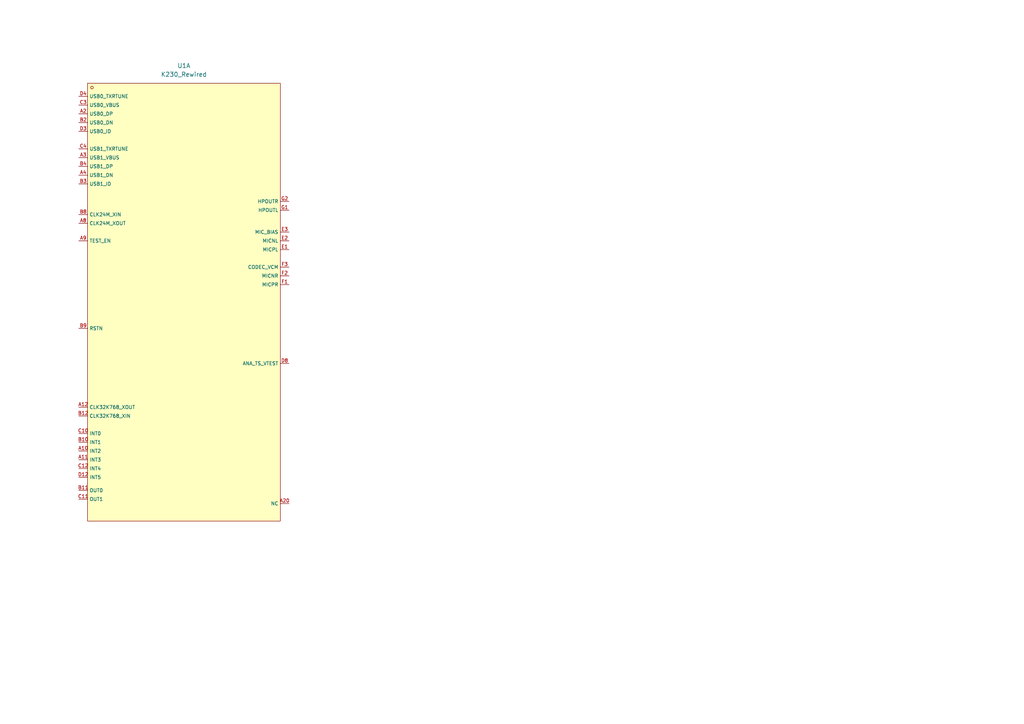
<source format=kicad_sch>
(kicad_sch (version 20250114) (generator "eeschema") (generator_version "9.0")
  (paper "A4")
  (lib_symbols
    (symbol "LCSC:K230_Rewired"
      (symbol "K230_Rewired_1_1"
        (rectangle (start -27.9401 63.5001) (end 27.9401 -63.5001) (fill (type background)))
        (circle (center -26.6701 62.2301) (radius 0.381) (fill (type background)))
        (pin unspecified line (at -30.48 59.69 0) (length 2.54) (name "USB0_TXRTUNE") (number "D4"))
        (pin unspecified line (at -30.48 57.15 0) (length 2.54) (name "USB0_VBUS") (number "C3"))
        (pin unspecified line (at -30.48 54.61 0) (length 2.54) (name "USB0_DP") (number "A2"))
        (pin unspecified line (at -30.48 52.07 0) (length 2.54) (name "USB0_DN") (number "B2"))
        (pin unspecified line (at -30.48 49.53 0) (length 2.54) (name "USB0_ID") (number "D3"))
        (pin unspecified line (at -30.48 44.45 0) (length 2.54) (name "USB1_TXRTUNE") (number "C4"))
        (pin unspecified line (at -30.48 41.91 0) (length 2.54) (name "USB1_VBUS") (number "A3"))
        (pin unspecified line (at -30.48 39.37 0) (length 2.54) (name "USB1_DP") (number "B4"))
        (pin unspecified line (at -30.48 36.83 0) (length 2.54) (name "USB1_DN") (number "A4"))
        (pin unspecified line (at -30.48 34.29 0) (length 2.54) (name "USB1_ID") (number "B3"))
        (pin unspecified line (at -30.48 25.4 0) (length 2.54) (name "CLK24M_XIN") (number "B8"))
        (pin unspecified line (at -30.48 22.86 0) (length 2.54) (name "CLK24M_XOUT") (number "A8"))
        (pin unspecified line (at -30.48 17.78 0) (length 2.54) (name "TEST_EN") (number "A9"))
        (pin unspecified line (at -30.48 -7.62 0) (length 2.54) (name "RSTN") (number "B9"))
        (pin unspecified line (at -30.48 -30.48 0) (length 2.54) (name "CLK32K768_XOUT") (number "A12"))
        (pin unspecified line (at -30.48 -33.02 0) (length 2.54) (name "CLK32K768_XIN") (number "B12"))
        (pin unspecified line (at -30.48 -38.1 0) (length 2.54) (name "INT0") (number "C10"))
        (pin unspecified line (at -30.48 -40.64 0) (length 2.54) (name "INT1") (number "B10"))
        (pin unspecified line (at -30.48 -43.18 0) (length 2.54) (name "INT2") (number "A10"))
        (pin unspecified line (at -30.48 -45.72 0) (length 2.54) (name "INT3") (number "A11"))
        (pin unspecified line (at -30.48 -48.26 0) (length 2.54) (name "INT4") (number "C12"))
        (pin unspecified line (at -30.48 -50.8 0) (length 2.54) (name "INT5") (number "D12"))
        (pin unspecified line (at -30.48 -54.61 0) (length 2.54) (name "OUT0") (number "B11"))
        (pin unspecified line (at -30.48 -57.15 0) (length 2.54) (name "OUT1") (number "C11"))
        (pin unspecified line (at 30.48 29.21 180) (length 2.54) (name "HPOUTR") (number "G2"))
        (pin unspecified line (at 30.48 26.67 180) (length 2.54) (name "HPOUTL") (number "G1"))
        (pin unspecified line (at 30.48 20.32 180) (length 2.54) (name "MIC_BIAS") (number "E3"))
        (pin unspecified line (at 30.48 17.78 180) (length 2.54) (name "MICNL") (number "E2"))
        (pin unspecified line (at 30.48 15.24 180) (length 2.54) (name "MICPL") (number "E1"))
        (pin unspecified line (at 30.48 10.16 180) (length 2.54) (name "CODEC_VCM") (number "F3"))
        (pin unspecified line (at 30.48 7.62 180) (length 2.54) (name "MICNR") (number "F2"))
        (pin unspecified line (at 30.48 5.08 180) (length 2.54) (name "MICPR") (number "F1"))
        (pin unspecified line (at 30.48 -17.78 180) (length 2.54) (name "ANA_TS_VTEST") (number "D8"))
        (pin unspecified line (at 30.48 -58.42 180) (length 2.54) (name "NC") (number "A20"))
      )
      (symbol "K230_Rewired_2_1"
        (rectangle (start -26.6701 64.7701) (end 26.6701 -64.7701) (fill (type background)))
        (circle (center -25.4001 63.5001) (radius 0.381) (fill (type background)))
        (pin unspecified line (at -29.21 62.23 0) (length 2.54) (name "GPIO0") (number "C8"))
        (pin unspecified line (at -29.21 59.69 0) (length 2.54) (name "GPIO1") (number "C9"))
        (pin unspecified line (at -29.21 57.15 0) (length 2.54) (name "GPIO2") (number "W15"))
        (pin unspecified line (at -29.21 54.61 0) (length 2.54) (name "GPIO3") (number "V15"))
        (pin unspecified line (at -29.21 52.07 0) (length 2.54) (name "GPIO4") (number "Y15"))
        (pin unspecified line (at -29.21 49.53 0) (length 2.54) (name "GPIO5") (number "U14"))
        (pin unspecified line (at -29.21 46.99 0) (length 2.54) (name "GPIO6") (number "V14"))
        (pin unspecified line (at -29.21 44.45 0) (length 2.54) (name "GPIO7") (number "W14"))
        (pin unspecified line (at -29.21 41.91 0) (length 2.54) (name "GPIO8") (number "U12"))
        (pin unspecified line (at -29.21 39.37 0) (length 2.54) (name "GPIO9") (number "T13"))
        (pin unspecified line (at -29.21 36.83 0) (length 2.54) (name "GPIO10") (number "U13"))
        (pin unspecified line (at -29.21 34.29 0) (length 2.54) (name "GPIO11") (number "Y14"))
        (pin unspecified line (at -29.21 31.75 0) (length 2.54) (name "GPIO12") (number "V13"))
        (pin unspecified line (at -29.21 29.21 0) (length 2.54) (name "GPIO13") (number "T12"))
        (pin unspecified line (at -29.21 -8.89 0) (length 2.54) (name "GPIO26") (number "U11"))
        (pin unspecified line (at -29.21 -11.43 0) (length 2.54) (name "GPIO27") (number "W13"))
        (pin unspecified line (at -29.21 -13.97 0) (length 2.54) (name "GPIO28") (number "V12"))
        (pin unspecified line (at -29.21 -16.51 0) (length 2.54) (name "GPIO29") (number "V11"))
        (pin unspecified line (at -29.21 -19.05 0) (length 2.54) (name "GPIO30") (number "V10"))
        (pin unspecified line (at -29.21 -21.59 0) (length 2.54) (name "GPIO31") (number "V9"))
        (pin unspecified line (at -29.21 -24.13 0) (length 2.54) (name "GPIO32") (number "U10"))
        (pin unspecified line (at -29.21 -26.67 0) (length 2.54) (name "GPIO33") (number "T11"))
        (pin unspecified line (at -29.21 -29.21 0) (length 2.54) (name "GPIO34") (number "U9"))
        (pin unspecified line (at -29.21 -31.75 0) (length 2.54) (name "GPIO35") (number "W12"))
        (pin unspecified line (at -29.21 -34.29 0) (length 2.54) (name "GPIO36") (number "T10"))
        (pin unspecified line (at -29.21 -36.83 0) (length 2.54) (name "GPIO37") (number "Y12"))
        (pin unspecified line (at -29.21 -39.37 0) (length 2.54) (name "GPIO38") (number "J4"))
        (pin unspecified line (at 29.21 62.23 180) (length 2.54) (name "ADC_0") (number "C2"))
        (pin unspecified line (at 29.21 59.69 180) (length 2.54) (name "ADC_1") (number "D2"))
        (pin unspecified line (at 29.21 57.15 180) (length 2.54) (name "ADC_2") (number "B1"))
        (pin unspecified line (at 29.21 54.61 180) (length 2.54) (name "ADC_3") (number "G3"))
        (pin unspecified line (at 29.21 52.07 180) (length 2.54) (name "ADC_4") (number "C1"))
        (pin unspecified line (at 29.21 49.53 180) (length 2.54) (name "ADC_5") (number "D1"))
        (pin unspecified line (at 29.21 44.45 180) (length 2.54) (name "GPIO63") (number "U15"))
        (pin unspecified line (at 29.21 41.91 180) (length 2.54) (name "GPIO62") (number "T14"))
        (pin unspecified line (at 29.21 39.37 180) (length 2.54) (name "GPIO61") (number "P4"))
        (pin unspecified line (at 29.21 36.83 180) (length 2.54) (name "GPIO60") (number "P5"))
        (pin unspecified line (at 29.21 19.05 180) (length 2.54) (name "GPIO53") (number "N4"))
        (pin unspecified line (at 29.21 16.51 180) (length 2.54) (name "GPIO52") (number "M3"))
        (pin unspecified line (at 29.21 13.97 180) (length 2.54) (name "GPIO51") (number "M4"))
        (pin unspecified line (at 29.21 11.43 180) (length 2.54) (name "GPIO50") (number "M5"))
        (pin unspecified line (at 29.21 8.89 180) (length 2.54) (name "GPIO49") (number "G5"))
        (pin unspecified line (at 29.21 6.35 180) (length 2.54) (name "GPIO48") (number "G4"))
        (pin unspecified line (at 29.21 3.81 180) (length 2.54) (name "GPIO47") (number "H5"))
        (pin unspecified line (at 29.21 1.27 180) (length 2.54) (name "GPIO46") (number "H4"))
        (pin unspecified line (at 29.21 -1.27 180) (length 2.54) (name "GPIO45") (number "H3"))
        (pin unspecified line (at 29.21 -3.81 180) (length 2.54) (name "GPIO44") (number "H2"))
        (pin unspecified line (at 29.21 -6.35 180) (length 2.54) (name "GPIO43") (number "J6"))
        (pin unspecified line (at 29.21 -8.89 180) (length 2.54) (name "GPIO42") (number "H1"))
        (pin unspecified line (at 29.21 -11.43 180) (length 2.54) (name "GPIO41") (number "J1"))
        (pin unspecified line (at 29.21 -13.97 180) (length 2.54) (name "GPIO40") (number "J2"))
        (pin unspecified line (at 29.21 -16.51 180) (length 2.54) (name "GPIO39") (number "J3"))
      )
      (symbol "K230_Rewired_3_1"
        (rectangle (start -27.9401 31.75) (end 27.9401 -19.05) (fill (type background)))
        (circle (center -26.67 30.48) (radius 0.381) (fill (type background)))
        (pin unspecified line (at -30.48 11.43 0) (length 2.54) (name "QSPI_CS") (number "J5"))
        (pin unspecified line (at -30.48 8.89 0) (length 2.54) (name "QSPI_CLK") (number "K1"))
        (pin unspecified line (at -30.48 6.35 0) (length 2.54) (name "QSPI_D0") (number "K2"))
        (pin unspecified line (at -30.48 3.81 0) (length 2.54) (name "QSPI_D1") (number "K4"))
        (pin unspecified line (at -30.48 1.27 0) (length 2.54) (name "QSPI_D2") (number "K5"))
        (pin unspecified line (at -30.48 -1.27 0) (length 2.54) (name "QSPI_D3") (number "L1"))
        (pin unspecified line (at -30.48 -3.81 0) (length 2.54) (name "OSPI_D4") (number "L2"))
        (pin unspecified line (at -30.48 -6.35 0) (length 2.54) (name "OSPI_D5") (number "L3"))
        (pin unspecified line (at -30.48 -8.89 0) (length 2.54) (name "OSPI_D6") (number "L4"))
        (pin unspecified line (at -30.48 -11.43 0) (length 2.54) (name "OSPI_D7") (number "L5"))
        (pin unspecified line (at -30.48 -13.97 0) (length 2.54) (name "OSPI_DQS") (number "L6"))
        (pin unspecified line (at -30.48 -16.51 0) (length 2.54) (name "GPIO25") (number "M1"))
        (pin unspecified line (at 30.48 29.21 180) (length 2.54) (name "SDIO_CMD") (number "M2"))
        (pin unspecified line (at 30.48 26.67 180) (length 2.54) (name "SDIO_CLK") (number "N2"))
        (pin unspecified line (at 30.48 24.13 180) (length 2.54) (name "SDIO_D0") (number "P3"))
        (pin unspecified line (at 30.48 21.59 180) (length 2.54) (name "SDIO_D1") (number "N1"))
        (pin unspecified line (at 30.48 19.05 180) (length 2.54) (name "SDIO_D2") (number "P1"))
        (pin unspecified line (at 30.48 16.51 180) (length 2.54) (name "SDIO_D3") (number "P2"))
        (pin unspecified line (at 30.48 11.43 180) (length 2.54) (name "MMC0_STROBE") (number "B6"))
        (pin unspecified line (at 30.48 8.89 180) (length 2.54) (name "MMC0_RST_N") (number "A6"))
        (pin unspecified line (at 30.48 6.35 180) (length 2.54) (name "MMC0_CMD") (number "D6"))
        (pin unspecified line (at 30.48 3.81 180) (length 2.54) (name "MMC0_CLK") (number "A5"))
        (pin unspecified line (at 30.48 1.27 180) (length 2.54) (name "MMC0_D0") (number "D5"))
        (pin unspecified line (at 30.48 -1.27 180) (length 2.54) (name "MMC0_D1") (number "C5"))
        (pin unspecified line (at 30.48 -3.81 180) (length 2.54) (name "MMC0_D2") (number "B5"))
        (pin unspecified line (at 30.48 -6.35 180) (length 2.54) (name "MMC0_D3") (number "C6"))
        (pin unspecified line (at 30.48 -8.89 180) (length 2.54) (name "MMC0_D4") (number "D7"))
        (pin unspecified line (at 30.48 -11.43 180) (length 2.54) (name "MMC0_D5") (number "A7"))
        (pin unspecified line (at 30.48 -13.97 180) (length 2.54) (name "MMC0_D6") (number "B7"))
        (pin unspecified line (at 30.48 -16.51 180) (length 2.54) (name "MMC0_D7") (number "C7"))
      )
      (symbol "K230_Rewired_4_1"
        (rectangle (start -27.9401 38.1) (end 27.9401 -38.1) (fill (type background)))
        (circle (center -26.6701 36.8301) (radius 0.381) (fill (type background)))
        (text "leave floating\n" (at -17.272 -12.7 0) (effects (font (size 0.635 0.635))))
        (text "200Ω (1%) resistor to ground" (at -12.192 -15.24 0) (effects (font (size 0.635 0.635))))
        (pin unspecified line (at -30.48 17.78 0) (length 2.54) (name "MIPI_TX0_CLK_N") (number "W9"))
        (pin unspecified line (at -30.48 15.24 0) (length 2.54) (name "MIPI_TX0_CLK_P") (number "Y9"))
        (pin unspecified line (at -30.48 12.7 0) (length 2.54) (name "MIPI_TX0_D0_N") (number "Y10"))
        (pin unspecified line (at -30.48 10.16 0) (length 2.54) (name "MIPI_TX0_D0_P") (number "W10"))
        (pin unspecified line (at -30.48 7.62 0) (length 2.54) (name "MIPI_TX0_D1_N") (number "W11"))
        (pin unspecified line (at -30.48 5.08 0) (length 2.54) (name "MIPI_TX0_D1_P") (number "Y11"))
        (pin unspecified line (at -30.48 0 0) (length 2.54) (name "MIPI_TX1_D2_N") (number "Y8"))
        (pin unspecified line (at -30.48 -2.54 0) (length 2.54) (name "MIPI_TX1_D2_P") (number "W8"))
        (pin unspecified line (at -30.48 -5.08 0) (length 2.54) (name "MIPI_TX1_D3_N") (number "W7"))
        (pin unspecified line (at -30.48 -7.62 0) (length 2.54) (name "MIPI_TX1_D3_P") (number "Y7"))
        (pin unspecified line (at -30.48 -12.7 0) (length 2.54) (name "MIPI_ATB") (number "U6"))
        (pin unspecified line (at -30.48 -15.24 0) (length 2.54) (name "MIPI_REXT") (number "U7"))
        (pin unspecified line (at 30.48 31.75 180) (length 2.54) (name "NC") (number "Y20"))
        (pin unspecified line (at 30.48 29.21 180) (length 2.54) (name "NC") (number "Y1"))
        (pin unspecified line (at 30.48 24.13 180) (length 2.54) (name "MIPI_RX0_CLK_N") (number "Y2"))
        (pin unspecified line (at 30.48 21.59 180) (length 2.54) (name "MIPI_RX0_CLK_P") (number "W2"))
        (pin unspecified line (at 30.48 19.05 180) (length 2.54) (name "MIPI_RX0_D0_N") (number "W3"))
        (pin unspecified line (at 30.48 16.51 180) (length 2.54) (name "MIPI_RX0_D0_P") (number "Y3"))
        (pin unspecified line (at 30.48 13.97 180) (length 2.54) (name "MIPI_RX0_D1_N") (number "V1"))
        (pin unspecified line (at 30.48 11.43 180) (length 2.54) (name "MIPI_RX0_D1_P") (number "V2"))
        (pin unspecified line (at 30.48 6.35 180) (length 2.54) (name "MIPI_RX1_CLK_N") (number "W5"))
        (pin unspecified line (at 30.48 3.81 180) (length 2.54) (name "MIPI_RX1_CLK_P") (number "Y5"))
        (pin unspecified line (at 30.48 1.27 180) (length 2.54) (name "MIPI_RX1_D2_N") (number "Y4"))
        (pin unspecified line (at 30.48 -1.27 180) (length 2.54) (name "MIPI_RX1_D2_P") (number "W4"))
        (pin unspecified line (at 30.48 -3.81 180) (length 2.54) (name "MIPI_RX1_D3_N") (number "W6"))
        (pin unspecified line (at 30.48 -6.35 180) (length 2.54) (name "MIPI_RX1_D3_P") (number "Y6"))
        (pin unspecified line (at 30.48 -11.43 180) (length 2.54) (name "MIPI_RX2_CLK_N") (number "R2"))
        (pin unspecified line (at 30.48 -13.97 180) (length 2.54) (name "MIPI_RX2_CLK_P") (number "R1"))
        (pin unspecified line (at 30.48 -16.51 180) (length 2.54) (name "MIPI_RX2_D4_N") (number "T1"))
        (pin unspecified line (at 30.48 -19.05 180) (length 2.54) (name "MIPI_RX2_D4_P") (number "T2"))
        (pin unspecified line (at 30.48 -21.59 180) (length 2.54) (name "MIPI_RX2_D5_N") (number "U2"))
        (pin unspecified line (at 30.48 -24.13 180) (length 2.54) (name "MIPI_RX2_D5_P") (number "U1"))
      )
      (symbol "K230_Rewired_5_1"
        (rectangle (start -27.9401 63.5001) (end 27.9401 -63.5001) (fill (type background)))
        (pin unspecified line (at -30.48 57.15 0) (length 2.54) (name "DDR_ZN") (number "K19"))
        (pin unspecified line (at -30.48 52.07 0) (length 2.54) (name "DDR_CKE1_CKEA1") (number "P18"))
        (pin unspecified line (at -30.48 49.53 0) (length 2.54) (name "DDR_CKE0_CKEA0") (number "N17"))
        (pin unspecified line (at -30.48 46.99 0) (length 2.54) (name "DDR_CKP_CKAP") (number "R19"))
        (pin unspecified line (at -30.48 44.45 0) (length 2.54) (name "DDR_CKN_CKAN") (number "R20"))
        (pin unspecified line (at -30.48 41.91 0) (length 2.54) (name "DDR_DQS3N_DQSA0N") (number "Y17"))
        (pin unspecified line (at -30.48 39.37 0) (length 2.54) (name "DDR_DQS3P_DQSA0P") (number "W17"))
        (pin unspecified line (at -30.48 36.83 0) (length 2.54) (name "DDR_DQS2N_DQSB1N") (number "A15"))
        (pin unspecified line (at -30.48 34.29 0) (length 2.54) (name "DDR_DQS2P_DQSB1P") (number "B15"))
        (pin unspecified line (at -30.48 31.75 0) (length 2.54) (name "DDR_DQS1N_DQSA1N") (number "V19"))
        (pin unspecified line (at -30.48 29.21 0) (length 2.54) (name "DDR_DQS1P_DQSA1P") (number "V20"))
        (pin unspecified line (at -30.48 26.67 0) (length 2.54) (name "DDR_DQS0N_DQSB0N") (number "A18"))
        (pin unspecified line (at -30.48 24.13 0) (length 2.54) (name "DDR_DQS0P_DQSB0P") (number "B18"))
        (pin unspecified line (at -30.48 19.05 0) (length 2.54) (name "DDR_DQ31_DQA0") (number "U16"))
        (pin unspecified line (at -30.48 16.51 0) (length 2.54) (name "DDR_DQ30_DQA1") (number "T16"))
        (pin unspecified line (at -30.48 13.97 0) (length 2.54) (name "DDR_DQ29_DQA7") (number "U17"))
        (pin unspecified line (at -30.48 11.43 0) (length 2.54) (name "DDR_DQ28_DQA6") (number "Y18"))
        (pin unspecified line (at -30.48 8.89 0) (length 2.54) (name "DDR_DQ27_DQA3") (number "Y16"))
        (pin unspecified line (at -30.48 6.35 0) (length 2.54) (name "DDR_DQ26_DQA2") (number "V16"))
        (pin unspecified line (at -30.48 3.81 0) (length 2.54) (name "DDR_DQ25_DQA5") (number "V18"))
        (pin unspecified line (at -30.48 1.27 0) (length 2.54) (name "DDR_DQ24_DQA4") (number "W18"))
        (pin unspecified line (at -30.48 -1.27 0) (length 2.54) (name "DDR_DQ23_DQB15") (number "B16"))
        (pin unspecified line (at -30.48 -3.81 0) (length 2.54) (name "DDR_DQ22_DQB12") (number "B17"))
        (pin unspecified line (at -30.48 -6.35 0) (length 2.54) (name "DDR_DQ21_DQB9") (number "A14"))
        (pin unspecified line (at -30.48 -8.89 0) (length 2.54) (name "DDR_DQ20_DQB8") (number "D14"))
        (pin unspecified line (at -30.48 -11.43 0) (length 2.54) (name "DDR_DQ19_DQB14") (number "A17"))
        (pin unspecified line (at -30.48 -13.97 0) (length 2.54) (name "DDR_DQ18_DQB13") (number "C16"))
        (pin unspecified line (at -30.48 -16.51 0) (length 2.54) (name "DDR_DQ17_DQB10") (number "B14"))
        (pin unspecified line (at -30.48 -19.05 0) (length 2.54) (name "DDR_DQ16_DQB11") (number "C14"))
        (pin unspecified line (at -30.48 -21.59 0) (length 2.54) (name "DDR_DQ15_DQA15") (number "T17"))
        (pin unspecified line (at -30.48 -24.13 0) (length 2.54) (name "DDR_DQ14_DQA13") (number "U18"))
        (pin unspecified line (at -30.48 -26.67 0) (length 2.54) (name "DDR_DQ13_DQA11") (number "U20"))
        (pin unspecified line (at -30.48 -29.21 0) (length 2.54) (name "DDR_DQ12_DQA9") (number "T18"))
        (pin unspecified line (at -30.48 -31.75 0) (length 2.54) (name "DDR_DQ11_DQA12") (number "W19"))
        (pin unspecified line (at -30.48 -34.29 0) (length 2.54) (name "DDR_DQ10_DQA8") (number "R17"))
        (pin unspecified line (at -30.48 -36.83 0) (length 2.54) (name "DDR_DQ9_DQA14") (number "P16"))
        (pin unspecified line (at -30.48 -39.37 0) (length 2.54) (name "DDR_DQ8_DQA10") (number "R18"))
        (pin unspecified line (at -30.48 -41.91 0) (length 2.54) (name "DDR_DQ7_DQB6") (number "C19"))
        (pin unspecified line (at -30.48 -44.45 0) (length 2.54) (name "DDR_DQ6_DQB7") (number "B19"))
        (pin unspecified line (at -30.48 -46.99 0) (length 2.54) (name "DDR_DQ5_DQB3") (number "E17"))
        (pin unspecified line (at -30.48 -49.53 0) (length 2.54) (name "DDR_DQ4_DQB2") (number "E18"))
        (pin unspecified line (at -30.48 -52.07 0) (length 2.54) (name "DDR_DQ3_DQB5") (number "C18"))
        (pin unspecified line (at -30.48 -54.61 0) (length 2.54) (name "DDR_DQ2_DQB0") (number "D17"))
        (pin unspecified line (at -30.48 -57.15 0) (length 2.54) (name "DDR_DQ1_DQB1") (number "D16"))
        (pin unspecified line (at -30.48 -59.69 0) (length 2.54) (name "DDR_DQ0_DQB4") (number "C17"))
        (pin unspecified line (at 30.48 52.07 180) (length 2.54) (name "DDR_NC_CAB0") (number "E20"))
        (pin unspecified line (at 30.48 49.53 180) (length 2.54) (name "DDR_NC_CKBP") (number "G20"))
        (pin unspecified line (at 30.48 46.99 180) (length 2.54) (name "DDR_NC_CAB1") (number "G19"))
        (pin unspecified line (at 30.48 44.45 180) (length 2.54) (name "DDR_NC_CAB2") (number "G18"))
        (pin unspecified line (at 30.48 41.91 180) (length 2.54) (name "DDR_NC_NC") (number "G17"))
        (pin unspecified line (at 30.48 39.37 180) (length 2.54) (name "DDR_NC_CKBN") (number "F20"))
        (pin unspecified line (at 30.48 36.83 180) (length 2.54) (name "DDR_NC_CAB5") (number "F19"))
        (pin unspecified line (at 30.48 34.29 180) (length 2.54) (name "DDR_NC_NC") (number "F18"))
        (pin unspecified line (at 30.48 31.75 180) (length 2.54) (name "DDR_NC_CAB4") (number "F17"))
        (pin unspecified line (at 30.48 29.21 180) (length 2.54) (name "DDR_NC_NC") (number "H19"))
        (pin unspecified line (at 30.48 26.67 180) (length 2.54) (name "DDR_NC_NC") (number "H18"))
        (pin unspecified line (at 30.48 24.13 180) (length 2.54) (name "DDR_NC_CAB3") (number "H17"))
        (pin unspecified line (at 30.48 21.59 180) (length 2.54) (name "DDR_NC_NC") (number "D20"))
        (pin unspecified line (at 30.48 19.05 180) (length 2.54) (name "DDR_NC_NC") (number "D19"))
        (pin unspecified line (at 30.48 16.51 180) (length 2.54) (name "DDR_NC_CSB0") (number "J20"))
        (pin unspecified line (at 30.48 13.97 180) (length 2.54) (name "DDR_NC_CSB1") (number "J19"))
        (pin unspecified line (at 30.48 11.43 180) (length 2.54) (name "DDR_NC_CKEB0") (number "J18"))
        (pin unspecified line (at 30.48 8.89 180) (length 2.54) (name "DDR_NC_CKEB1") (number "J17"))
        (pin unspecified line (at 30.48 6.35 180) (length 2.54) (name "DDR_NC_NC") (number "M17"))
        (pin unspecified line (at 30.48 3.81 180) (length 2.54) (name "DDR_NC_NC") (number "C20"))
        (pin unspecified line (at 30.48 1.27 180) (length 2.54) (name "DDR_NC_NC") (number "N18"))
        (pin unspecified line (at 30.48 -5.08 180) (length 2.54) (name "DDR_CA9_CAA5") (number "P19"))
        (pin unspecified line (at 30.48 -7.62 180) (length 2.54) (name "DDR_CA8_CAA4") (number "M18"))
        (pin unspecified line (at 30.48 -10.16 180) (length 2.54) (name "DDR_CA7_CAA3") (number "N20"))
        (pin unspecified line (at 30.48 -12.7 180) (length 2.54) (name "DDR_CA6_CAA2") (number "N19"))
        (pin unspecified line (at 30.48 -15.24 180) (length 2.54) (name "DDR_CA5_CAA1") (number "L16"))
        (pin unspecified line (at 30.48 -17.78 180) (length 2.54) (name "DDR_CA4_CAA0") (number "M19"))
        (pin unspecified line (at 30.48 -20.32 180) (length 2.54) (name "DDR_CA3_NC") (number "L17"))
        (pin unspecified line (at 30.48 -22.86 180) (length 2.54) (name "DDR_CA2_NA") (number "M20"))
        (pin unspecified line (at 30.48 -25.4 180) (length 2.54) (name "DDR_CA1_NC") (number "L20"))
        (pin unspecified line (at 30.48 -27.94 180) (length 2.54) (name "DDR_CA0_NC") (number "K20"))
        (pin unspecified line (at 30.48 -33.02 180) (length 2.54) (name "DDR_DM0_DMIB0") (number "D18"))
        (pin unspecified line (at 30.48 -35.56 180) (length 2.54) (name "DDR_DM1_DMIA1") (number "P17"))
        (pin unspecified line (at 30.48 -38.1 180) (length 2.54) (name "DDR_DM2_DMIB1") (number "C15"))
        (pin unspecified line (at 30.48 -40.64 180) (length 2.54) (name "DDR_DM3_DMIA0") (number "V17"))
        (pin unspecified line (at 30.48 -44.45 180) (length 2.54) (name "DDR_CS1_CSA1") (number "T19"))
        (pin unspecified line (at 30.48 -46.99 180) (length 2.54) (name "DDR_CS0_CSA0") (number "T20"))
        (pin unspecified line (at 30.48 -52.07 180) (length 2.54) (name "DDR_ODT_NC") (number "L18"))
        (pin unspecified line (at 30.48 -57.15 180) (length 2.54) (name "DDR_RESET") (number "J16"))
        (pin unspecified line (at 30.48 -60.96 180) (length 2.54) (name "DDR_VREF") (number "K17"))
      )
      (symbol "K230_Rewired_6_1"
        (rectangle (start -27.9401 63.5001) (end 27.9401 -63.5001) (fill (type background)))
        (pin unspecified line (at -30.48 62.23 0) (length 2.54) (name "AVSS") (number "F11"))
        (pin unspecified line (at -30.48 59.69 0) (length 2.54) (name "AVSS") (number "G7"))
        (pin unspecified line (at -30.48 57.15 0) (length 2.54) (name "AVSS") (number "G8"))
        (pin unspecified line (at -30.48 52.07 0) (length 2.54) (name "VSS") (number "T7"))
        (pin unspecified line (at -30.48 49.53 0) (length 2.54) (name "VSS") (number "F6"))
        (pin unspecified line (at -30.48 46.99 0) (length 2.54) (name "VSS") (number "T8"))
        (pin unspecified line (at -30.48 44.45 0) (length 2.54) (name "VSS") (number "T9"))
        (pin unspecified line (at -30.48 41.91 0) (length 2.54) (name "VSS") (number "L7"))
        (pin unspecified line (at -30.48 39.37 0) (length 2.54) (name "VSS") (number "L8"))
        (pin unspecified line (at -30.48 36.83 0) (length 2.54) (name "VSS") (number "L10"))
        (pin unspecified line (at -30.48 34.29 0) (length 2.54) (name "VSS") (number "L12"))
        (pin unspecified line (at -30.48 31.75 0) (length 2.54) (name "VSS") (number "A13"))
        (pin unspecified line (at -30.48 29.21 0) (length 2.54) (name "VSS") (number "T15"))
        (pin unspecified line (at -30.48 26.67 0) (length 2.54) (name "VSS") (number "A16"))
        (pin unspecified line (at -30.48 26.67 0) (length 2.54) (name "VSS") (number "L15"))
        (pin unspecified line (at -30.48 24.13 0) (length 2.54) (name "VSS") (number "F16"))
        (pin unspecified line (at -30.48 21.59 0) (length 2.54) (name "VSS") (number "A19"))
        (pin unspecified line (at -30.48 19.05 0) (length 2.54) (name "VSS") (number "L19"))
        (pin unspecified line (at -30.48 16.51 0) (length 2.54) (name "VSS") (number "U3"))
        (pin unspecified line (at -30.48 13.97 0) (length 2.54) (name "VSS") (number "U8"))
        (pin unspecified line (at -30.48 11.43 0) (length 2.54) (name "VSS") (number "G6"))
        (pin unspecified line (at -30.48 8.89 0) (length 2.54) (name "VSS") (number "M6"))
        (pin unspecified line (at -30.48 6.35 0) (length 2.54) (name "VSS") (number "M8"))
        (pin unspecified line (at -30.48 3.81 0) (length 2.54) (name "VSS") (number "M10"))
        (pin unspecified line (at -30.48 1.27 0) (length 2.54) (name "VSS") (number "G13"))
        (pin unspecified line (at -30.48 -1.27 0) (length 2.54) (name "VSS") (number "F4"))
        (pin unspecified line (at -30.48 -3.81 0) (length 2.54) (name "VSS") (number "T3"))
        (pin unspecified line (at -30.48 -6.35 0) (length 2.54) (name "VSS") (number "G14"))
        (pin unspecified line (at -30.48 -8.89 0) (length 2.54) (name "VSS") (number "G15"))
        (pin unspecified line (at -30.48 -11.43 0) (length 2.54) (name "VSS") (number "U19"))
        (pin unspecified line (at -30.48 -13.97 0) (length 2.54) (name "VSS") (number "G16"))
        (pin unspecified line (at -30.48 -16.51 0) (length 2.54) (name "VSS") (number "M15"))
        (pin unspecified line (at -30.48 -19.05 0) (length 2.54) (name "VSS") (number "M16"))
        (pin unspecified line (at -30.48 -21.59 0) (length 2.54) (name "VSS") (number "V3"))
        (pin unspecified line (at -30.48 -24.13 0) (length 2.54) (name "VSS") (number "B20"))
        (pin unspecified line (at -30.48 -26.67 0) (length 2.54) (name "VSS") (number "V4"))
        (pin unspecified line (at -30.48 -29.21 0) (length 2.54) (name "VSS") (number "V5"))
        (pin unspecified line (at -30.48 -31.75 0) (length 2.54) (name "VSS") (number "V6"))
        (pin unspecified line (at -30.48 -34.29 0) (length 2.54) (name "VSS") (number "V7"))
        (pin unspecified line (at -30.48 -36.83 0) (length 2.54) (name "VSS") (number "N3"))
        (pin unspecified line (at -30.48 -39.37 0) (length 2.54) (name "VSS") (number "V8"))
        (pin unspecified line (at -30.48 -41.91 0) (length 2.54) (name "VSS") (number "N5"))
        (pin unspecified line (at -30.48 -44.45 0) (length 2.54) (name "VSS") (number "H7"))
        (pin unspecified line (at -30.48 -46.99 0) (length 2.54) (name "VSS") (number "N8"))
        (pin unspecified line (at -30.48 -49.53 0) (length 2.54) (name "VSS") (number "H11"))
        (pin unspecified line (at -30.48 -52.07 0) (length 2.54) (name "VSS") (number "Y13"))
        (pin unspecified line (at -30.48 -54.61 0) (length 2.54) (name "VSS") (number "K12"))
        (pin unspecified line (at -30.48 -57.15 0) (length 2.54) (name "VSS") (number "K14"))
        (pin unspecified line (at -30.48 -59.69 0) (length 2.54) (name "VSS") (number "K16"))
        (pin unspecified line (at -30.48 -62.23 0) (length 2.54) (name "VSS") (number "F10"))
        (pin unspecified line (at 30.48 62.23 180) (length 2.54) (name "VSS") (number "B13"))
        (pin unspecified line (at 30.48 59.69 180) (length 2.54) (name "VSS") (number "E19"))
        (pin unspecified line (at 30.48 57.15 180) (length 2.54) (name "VSS") (number "Y19"))
        (pin unspecified line (at 30.48 54.61 180) (length 2.54) (name "VSS") (number "K18"))
        (pin unspecified line (at 30.48 52.07 180) (length 2.54) (name "VSS") (number "E16"))
        (pin unspecified line (at 30.48 52.07 180) (length 2.54) (name "VSS") (number "R16"))
        (pin unspecified line (at 30.48 49.53 180) (length 2.54) (name "VSS") (number "E15"))
        (pin unspecified line (at 30.48 46.99 180) (length 2.54) (name "VSS") (number "E14"))
        (pin unspecified line (at 30.48 46.99 180) (length 2.54) (name "VSS") (number "R14"))
        (pin unspecified line (at 30.48 44.45 180) (length 2.54) (name "VSS") (number "E13"))
        (pin unspecified line (at 30.48 41.91 180) (length 2.54) (name "VSS") (number "E12"))
        (pin unspecified line (at 30.48 41.91 180) (length 2.54) (name "VSS") (number "R12"))
        (pin unspecified line (at 30.48 39.37 180) (length 2.54) (name "VSS") (number "R10"))
        (pin unspecified line (at 30.48 36.83 180) (length 2.54) (name "VSS") (number "K10"))
        (pin unspecified line (at 30.48 34.29 180) (length 2.54) (name "VSS") (number "E8"))
        (pin unspecified line (at 30.48 31.75 180) (length 2.54) (name "VSS") (number "K8"))
        (pin unspecified line (at 30.48 29.21 180) (length 2.54) (name "VSS") (number "R7"))
        (pin unspecified line (at 30.48 26.67 180) (length 2.54) (name "VSS") (number "E7"))
        (pin unspecified line (at 30.48 24.13 180) (length 2.54) (name "VSS") (number "R6"))
        (pin unspecified line (at 30.48 21.59 180) (length 2.54) (name "VSS") (number "E6"))
        (pin unspecified line (at 30.48 19.05 180) (length 2.54) (name "VSS") (number "K6"))
        (pin unspecified line (at 30.48 16.51 180) (length 2.54) (name "VSS") (number "R3"))
        (pin unspecified line (at 30.48 13.97 180) (length 2.54) (name "VSS") (number "E4"))
        (pin unspecified line (at 30.48 11.43 180) (length 2.54) (name "VSS") (number "K3"))
        (pin unspecified line (at 30.48 8.89 180) (length 2.54) (name "VSS") (number "P20"))
        (pin unspecified line (at 30.48 6.35 180) (length 2.54) (name "VSS") (number "W20"))
        (pin unspecified line (at 30.48 3.81 180) (length 2.54) (name "VSS") (number "P15"))
        (pin unspecified line (at 30.48 1.27 180) (length 2.54) (name "VSS") (number "P14"))
        (pin unspecified line (at 30.48 -1.27 180) (length 2.54) (name "VSS") (number "D15"))
        (pin unspecified line (at 30.48 -3.81 180) (length 2.54) (name "VSS") (number "W16"))
        (pin unspecified line (at 30.48 -6.35 180) (length 2.54) (name "VSS") (number "J15"))
        (pin unspecified line (at 30.48 -8.89 180) (length 2.54) (name "VSS") (number "P12"))
        (pin unspecified line (at 30.48 -11.43 180) (length 2.54) (name "VSS") (number "D13"))
        (pin unspecified line (at 30.48 -13.97 180) (length 2.54) (name "VSS") (number "J13"))
        (pin unspecified line (at 30.48 -16.51 180) (length 2.54) (name "VSS") (number "P10"))
        (pin unspecified line (at 30.48 -19.05 180) (length 2.54) (name "VSS") (number "D11"))
        (pin unspecified line (at 30.48 -21.59 180) (length 2.54) (name "VSS") (number "D10"))
        (pin unspecified line (at 30.48 -24.13 180) (length 2.54) (name "VSS") (number "J11"))
        (pin unspecified line (at 30.48 -26.67 180) (length 2.54) (name "VSS") (number "P8"))
        (pin unspecified line (at 30.48 -29.21 180) (length 2.54) (name "VSS") (number "D9"))
        (pin unspecified line (at 30.48 -31.75 180) (length 2.54) (name "VSS") (number "P7"))
        (pin unspecified line (at 30.48 -34.29 180) (length 2.54) (name "VSS") (number "P6"))
        (pin unspecified line (at 30.48 -36.83 180) (length 2.54) (name "VSS") (number "J7"))
        (pin unspecified line (at 30.48 -39.37 180) (length 2.54) (name "VSS") (number "H20"))
        (pin unspecified line (at 30.48 -41.91 180) (length 2.54) (name "VSS") (number "W1"))
        (pin unspecified line (at 30.48 -44.45 180) (length 2.54) (name "VSS") (number "N16"))
        (pin unspecified line (at 30.48 -46.99 180) (length 2.54) (name "VSS") (number "N15"))
        (pin unspecified line (at 30.48 -49.53 180) (length 2.54) (name "VSS") (number "H16"))
        (pin unspecified line (at 30.48 -52.07 180) (length 2.54) (name "VSS") (number "H15"))
        (pin unspecified line (at 30.48 -54.61 180) (length 2.54) (name "VSS") (number "C13"))
        (pin unspecified line (at 30.48 -54.61 180) (length 2.54) (name "VSS") (number "N12"))
        (pin unspecified line (at 30.48 -57.15 180) (length 2.54) (name "VSS") (number "H13"))
        (pin unspecified line (at 30.48 -59.69 180) (length 2.54) (name "VSS") (number "N10"))
        (pin unspecified line (at 30.48 -62.23 180) (length 2.54) (name "VSS") (number "M12"))
      )
      (symbol "K230_Rewired_7_1"
        (rectangle (start -27.9401 50.8) (end 27.9401 -50.8) (fill (type background)))
        (pin unspecified line (at -30.48 41.91 0) (length 2.54) (name "AVDD1P8_MIPI") (number "N7"))
        (pin unspecified line (at -30.48 39.37 0) (length 2.54) (name "AVDD1P8_MIPI") (number "R9"))
        (pin unspecified line (at -30.48 34.29 0) (length 2.54) (name "AVDD1P8_CODEC") (number "F7"))
        (pin unspecified line (at -30.48 31.75 0) (length 2.54) (name "AVDD1P8_USB") (number "F9"))
        (pin unspecified line (at -30.48 26.67 0) (length 2.54) (name "AVDD1P8_ADC") (number "F8"))
        (pin unspecified line (at -30.48 21.59 0) (length 2.54) (name "VDD1P8") (number "E11"))
        (pin unspecified line (at -30.48 19.05 0) (length 2.54) (name "VDD1P8") (number "F13"))
        (pin unspecified line (at -30.48 13.97 0) (length 2.54) (name "AVDD1P8_LDO") (number "F14"))
        (pin unspecified line (at -30.48 11.43 0) (length 2.54) (name "AVDD1P8_RTC") (number "F15"))
        (pin unspecified line (at -30.48 8.89 0) (length 2.54) (name "AVDD0P8_PLL") (number "G11"))
        (pin unspecified line (at -30.48 3.81 0) (length 2.54) (name "VDD1P1_DDR_IO") (number "H14"))
        (pin unspecified line (at -30.48 1.27 0) (length 2.54) (name "VDD1P1_DDR_IO") (number "J14"))
        (pin unspecified line (at -30.48 -1.27 0) (length 2.54) (name "VDD1P1_DDR_IO") (number "N14"))
        (pin unspecified line (at -30.48 -3.81 0) (length 2.54) (name "VDD1P1_DDR_IO") (number "M14"))
        (pin unspecified line (at -30.48 -6.35 0) (length 2.54) (name "VDD1P1_DDR_IO") (number "L14"))
        (pin unspecified line (at -30.48 -8.89 0) (length 2.54) (name "VDDIO3P3_5") (number "R15"))
        (pin unspecified line (at -30.48 -11.43 0) (length 2.54) (name "VDDIO3P3_4") (number "M7"))
        (pin unspecified line (at -30.48 -13.97 0) (length 2.54) (name "VDDIO3P3_3") (number "H6"))
        (pin unspecified line (at -30.48 -19.05 0) (length 2.54) (name "VDDIO3P3_2") (number "R11"))
        (pin unspecified line (at -30.48 -21.59 0) (length 2.54) (name "VDDIO3P3_1") (number "K7"))
        (pin unspecified line (at -30.48 -24.13 0) (length 2.54) (name "VDDIO3P3_0") (number "R13"))
        (pin unspecified line (at -30.48 -29.21 0) (length 2.54) (name "AVDD3P3_USB") (number "E9"))
        (pin unspecified line (at -30.48 -34.29 0) (length 2.54) (name "VDD3P3_SD") (number "E10"))
        (pin unspecified line (at -30.48 -39.37 0) (length 2.54) (name "VAA_DDR") (number "K15"))
        (pin unspecified line (at 30.48 41.91 180) (length 2.54) (name "VDD0P8_CORE") (number "K9"))
        (pin unspecified line (at 30.48 39.37 180) (length 2.54) (name "VDD0P8_CORE") (number "K11"))
        (pin unspecified line (at 30.48 36.83 180) (length 2.54) (name "VDD0P8_CORE") (number "P13"))
        (pin unspecified line (at 30.48 34.29 180) (length 2.54) (name "VDD0P8_CORE") (number "P11"))
        (pin unspecified line (at 30.48 31.75 180) (length 2.54) (name "VDD0P8_CORE") (number "P9"))
        (pin unspecified line (at 30.48 29.21 180) (length 2.54) (name "VDD0P8_CORE") (number "N9"))
        (pin unspecified line (at 30.48 26.67 180) (length 2.54) (name "VDD0P8_CORE") (number "M9"))
        (pin unspecified line (at 30.48 24.13 180) (length 2.54) (name "VDD0P8_CORE") (number "G10"))
        (pin unspecified line (at 30.48 21.59 180) (length 2.54) (name "VDD0P8_CORE") (number "G9"))
        (pin unspecified line (at 30.48 19.05 180) (length 2.54) (name "VDD0P8_CORE") (number "L11"))
        (pin unspecified line (at 30.48 16.51 180) (length 2.54) (name "VDD0P8_CORE") (number "F12"))
        (pin unspecified line (at 30.48 13.97 180) (length 2.54) (name "VDD0P8_CORE") (number "L9"))
        (pin unspecified line (at 30.48 11.43 180) (length 2.54) (name "VDD0P8_CORE") (number "M11"))
        (pin unspecified line (at 30.48 8.89 180) (length 2.54) (name "VDD0P8_CORE") (number "N11"))
        (pin unspecified line (at 30.48 3.81 180) (length 2.54) (name "VDD0P8_CPU") (number "H12"))
        (pin unspecified line (at 30.48 1.27 180) (length 2.54) (name "VDD0P8_CPU") (number "G12"))
        (pin unspecified line (at 30.48 -1.27 180) (length 2.54) (name "VDD0P8_CPU") (number "J12"))
        (pin unspecified line (at 30.48 -6.35 180) (length 2.54) (name "VDD0P8_KPU") (number "J10"))
        (pin unspecified line (at 30.48 -8.89 180) (length 2.54) (name "VDD0P8_KPU") (number "J9"))
        (pin unspecified line (at 30.48 -11.43 180) (length 2.54) (name "VDD0P8_KPU") (number "J8"))
        (pin unspecified line (at 30.48 -13.97 180) (length 2.54) (name "VDD0P8_KPU") (number "H10"))
        (pin unspecified line (at 30.48 -16.51 180) (length 2.54) (name "VDD0P8_KPU") (number "H9"))
        (pin unspecified line (at 30.48 -19.05 180) (length 2.54) (name "VDD0P8_KPU") (number "H8"))
        (pin unspecified line (at 30.48 -24.13 180) (length 2.54) (name "VDD0P8_DDR_CORE") (number "M13"))
        (pin unspecified line (at 30.48 -26.67 180) (length 2.54) (name "VDD0P8_DDR_CORE") (number "L13"))
        (pin unspecified line (at 30.48 -29.21 180) (length 2.54) (name "VDD0P8_DDR_CORE") (number "N13"))
        (pin unspecified line (at 30.48 -31.75 180) (length 2.54) (name "VDD0P8_DDR_CORE") (number "K13"))
        (pin unspecified line (at 30.48 -36.83 180) (length 2.54) (name "AVDD0P8_MIPI") (number "R8"))
        (pin unspecified line (at 30.48 -39.37 180) (length 2.54) (name "AVDD0P8_MIPI") (number "N6"))
      )
    )
  )
  (symbol (lib_id "LCSC:K230_Rewired") (at 53.34 87.63 0) (unit 1)
    (property "Reference" "U1" (at 53.34 19.05 0))
    (property "Value" "K230_Rewired" (at 53.34 21.59 0))
    (property "Footprint" "footprints:BGA-390_L13.0-W13.0-P0.65-TL_C9900054646" (effects (hide yes)))
    (property "Datasheet" "https://img.jlc.com/pdf/applyPasteComponent/2023-07-28/443236C/ff66d85831064c6c99f6af001cc66cad/K230_UnSiP_PO-ABGADD0X22-A.pdf" (effects (hide yes)))
    (property "LCSC" "C21264502" (effects (hide yes)))
  )
)
</source>
